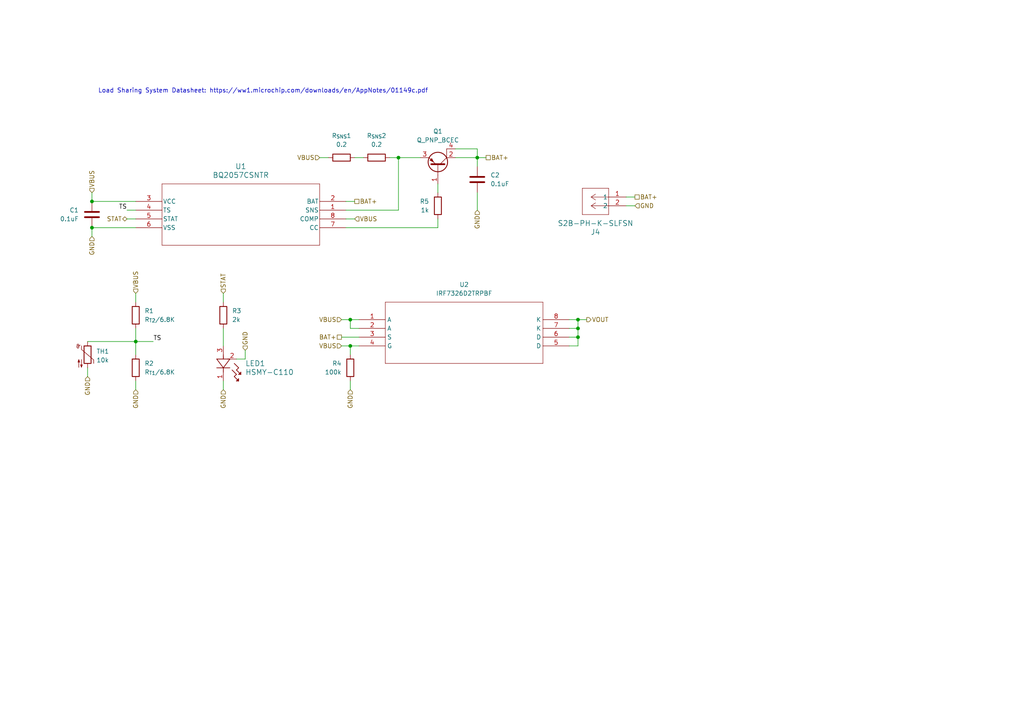
<source format=kicad_sch>
(kicad_sch (version 20250114) (generator "eeschema") (generator_version "9.0")
  (paper "A4")
  (lib_symbols
    (symbol "BQ2057CSNTR:BQ2057CSNTR" (pin_names (offset 0.254))
      (property "Reference" "U1" (at 30.48 10.16 0))
      (property "Value" "BQ2057CSNTR" (at 30.48 7.62 0))
      (symbol "BQ2057CSNTR_0_1"
        (polyline (pts (xy 7.62 5.08) (xy 7.62 -12.7)) (stroke (width 0.127)))
        (polyline (pts (xy 7.62 -12.7) (xy 53.34 -12.7)) (stroke (width 0.127)))
        (polyline (pts (xy 53.34 5.08) (xy 7.62 5.08)) (stroke (width 0.127)))
        (polyline (pts (xy 53.34 -12.7) (xy 53.34 5.08)) (stroke (width 0.127)))
        (pin power_in line (at 0 0 0) (length 7.62) (name "VCC") (number "3"))
        (pin input line (at 0 -2.54 0) (length 7.62) (name "TS") (number "4"))
        (pin output line (at 0 -5.08 0) (length 7.62) (name "STAT") (number "5"))
        (pin power_in line (at 0 -7.62 0) (length 7.62) (name "VSS") (number "6"))
        (pin input line (at 60.96 0 180) (length 7.62) (name "BAT") (number "2"))
        (pin input line (at 60.96 -2.54 180) (length 7.62) (name "SNS") (number "1"))
        (pin input line (at 60.96 -5.08 180) (length 7.62) (name "COMP") (number "8"))
        (pin output line (at 60.96 -7.62 180) (length 7.62) (name "CC") (number "7"))
      )
    )
    (symbol "Device:C" (pin_numbers (hide yes)) (pin_names (offset 0.254))
      (property "Reference" "C" (at 0.635 2.54 0))
      (property "Value" "C" (at 0.635 -2.54 0))
      (symbol "C_0_1"
        (polyline (pts (xy -2.032 0.762) (xy 2.032 0.762)) (stroke (width 0.508)))
        (polyline (pts (xy -2.032 -0.762) (xy 2.032 -0.762)) (stroke (width 0.508)))
      )
      (symbol "C_1_1"
        (pin passive line (at 0 3.81 270) (length 2.794) (name "~") (number "1"))
        (pin passive line (at 0 -3.81 90) (length 2.794) (name "~") (number "2"))
      )
    )
    (symbol "Device:R" (pin_numbers (hide yes)) (pin_names (offset 0))
      (property "Reference" "R" (at 2.032 0 90))
      (property "Value" "R" (at 0 0 90))
      (symbol "R_0_1"
        (rectangle (start -1.016 -2.54) (end 1.016 2.54) (stroke (width 0.254)))
      )
      (symbol "R_1_1"
        (pin passive line (at 0 3.81 270) (length 1.27) (name "~") (number "1"))
        (pin passive line (at 0 -3.81 90) (length 1.27) (name "~") (number "2"))
      )
    )
    (symbol "Device:Thermistor_NTC" (pin_numbers (hide yes)) (pin_names (offset 0))
      (property "Reference" "TH" (at -4.445 0 90))
      (property "Value" "Thermistor_NTC" (at 3.175 0 90))
      (symbol "Thermistor_NTC_0_1"
        (arc (start -3.175 2.413) (mid -3.0506 2.3165) (end -3.048 2.159))
        (arc (start -3.048 2.794) (mid -2.9736 2.9736) (end -2.794 3.048))
        (arc (start -2.794 3.048) (mid -2.6144 2.9736) (end -2.54 2.794))
        (arc (start -2.794 2.54) (mid -2.9736 2.6144) (end -3.048 2.794))
        (arc (start -2.794 1.905) (mid -2.9736 1.9794) (end -3.048 2.159))
        (arc (start -2.54 2.159) (mid -2.6144 1.9794) (end -2.794 1.905))
        (arc (start -2.159 2.794) (mid -2.434 2.5608) (end -2.794 2.54))
        (polyline (pts (xy -2.54 2.159) (xy -2.54 2.794)))
        (polyline (pts (xy -2.54 -3.683) (xy -2.54 -1.397) (xy -2.794 -2.159) (xy -2.286 -2.159) (xy -2.54 -1.397) (xy -2.54 -1.651)) (fill (type outline)))
        (polyline (pts (xy -1.778 2.54) (xy -1.778 1.524) (xy 1.778 -1.524) (xy 1.778 -2.54)))
        (polyline (pts (xy -1.778 -1.397) (xy -1.778 -3.683) (xy -2.032 -2.921) (xy -1.524 -2.921) (xy -1.778 -3.683) (xy -1.778 -3.429)) (fill (type outline)))
        (rectangle (start -1.016 2.54) (end 1.016 -2.54) (stroke (width 0.254)))
      )
      (symbol "Thermistor_NTC_1_1"
        (pin passive line (at 0 3.81 270) (length 1.27) (name "~") (number "1"))
        (pin passive line (at 0 -3.81 90) (length 1.27) (name "~") (number "2"))
      )
    )
    (symbol "IRF7326D2TRPBF:IRF7326D2TRPBF"
      (property "Reference" "U" (at 30.48 8.89 0))
      (property "Value" "IRF7326D2TRPBF" (at 30.48 6.604 0))
      (symbol "IRF7326D2TRPBF_0_1"
        (polyline (pts (xy 7.62 5.08) (xy 7.62 -12.7)) (stroke (width 0.127)))
        (polyline (pts (xy 7.62 -12.7) (xy 53.34 -12.7)) (stroke (width 0.127)))
        (polyline (pts (xy 53.34 5.08) (xy 7.62 5.08)) (stroke (width 0.127)))
        (polyline (pts (xy 53.34 -12.7) (xy 53.34 5.08)) (stroke (width 0.127)))
      )
      (symbol "IRF7326D2TRPBF_1_1"
        (pin passive line (at 0 0 0) (length 7.62) (name "A") (number "1"))
        (pin passive line (at 0 -2.54 0) (length 7.62) (name "A") (number "2"))
        (pin passive line (at 0 -5.08 0) (length 7.62) (name "S") (number "3"))
        (pin passive line (at 0 -7.62 0) (length 7.62) (name "G") (number "4"))
        (pin passive line (at 60.96 0 180) (length 7.62) (name "K") (number "8"))
        (pin passive line (at 60.96 -2.54 180) (length 7.62) (name "K") (number "7"))
        (pin passive line (at 60.96 -5.08 180) (length 7.62) (name "D") (number "6"))
        (pin passive line (at 60.96 -7.62 180) (length 7.62) (name "D") (number "5"))
      )
    )
    (symbol "S2B_PH_K_S_LF__SN_:S2B-PH-K-SLFSN" (pin_names (offset 0.254))
      (property "Reference" "J" (at 8.89 6.35 0))
      (property "Value" "S2B-PH-K-SLFSN" (at 0 0 0))
      (symbol "S2B-PH-K-SLFSN_1_1"
        (polyline (pts (xy 5.08 2.54) (xy 5.08 -5.08)) (stroke (width 0.127)))
        (polyline (pts (xy 5.08 -5.08) (xy 12.7 -5.08)) (stroke (width 0.127)))
        (polyline (pts (xy 10.16 0) (xy 5.08 0)) (stroke (width 0.127)))
        (polyline (pts (xy 10.16 0) (xy 8.89 0.8467)) (stroke (width 0.127)))
        (polyline (pts (xy 10.16 0) (xy 8.89 -0.8467)) (stroke (width 0.127)))
        (polyline (pts (xy 10.16 -2.54) (xy 5.08 -2.54)) (stroke (width 0.127)))
        (polyline (pts (xy 10.16 -2.54) (xy 8.89 -1.6933)) (stroke (width 0.127)))
        (polyline (pts (xy 10.16 -2.54) (xy 8.89 -3.3867)) (stroke (width 0.127)))
        (polyline (pts (xy 12.7 2.54) (xy 5.08 2.54)) (stroke (width 0.127)))
        (polyline (pts (xy 12.7 -5.08) (xy 12.7 2.54)) (stroke (width 0.127)))
        (pin unspecified line (at 0 0 0) (length 5.08) (name "1") (number "1"))
        (pin unspecified line (at 0 -2.54 0) (length 5.08) (name "2") (number "2"))
      )
      (symbol "S2B-PH-K-SLFSN_1_2"
        (polyline (pts (xy 5.08 2.54) (xy 5.08 -5.08)) (stroke (width 0.127)))
        (polyline (pts (xy 5.08 -5.08) (xy 12.7 -5.08)) (stroke (width 0.127)))
        (polyline (pts (xy 7.62 0) (xy 5.08 0)) (stroke (width 0.127)))
        (polyline (pts (xy 7.62 0) (xy 8.89 0.8467)) (stroke (width 0.127)))
        (polyline (pts (xy 7.62 0) (xy 8.89 -0.8467)) (stroke (width 0.127)))
        (polyline (pts (xy 7.62 -2.54) (xy 5.08 -2.54)) (stroke (width 0.127)))
        (polyline (pts (xy 7.62 -2.54) (xy 8.89 -1.6933)) (stroke (width 0.127)))
        (polyline (pts (xy 7.62 -2.54) (xy 8.89 -3.3867)) (stroke (width 0.127)))
        (polyline (pts (xy 12.7 2.54) (xy 5.08 2.54)) (stroke (width 0.127)))
        (polyline (pts (xy 12.7 -5.08) (xy 12.7 2.54)) (stroke (width 0.127)))
        (pin unspecified line (at 0 0 0) (length 5.08) (name "1") (number "1"))
        (pin unspecified line (at 0 -2.54 0) (length 5.08) (name "2") (number "2"))
      )
    )
    (symbol "Transistor_BJT:Q_PNP_BCEC" (pin_names (offset 0) (hide yes))
      (property "Reference" "Q" (at 5.08 1.27 0))
      (property "Value" "Q_PNP_BCEC" (at 5.08 -1.27 0))
      (symbol "Q_PNP_BCEC_0_1"
        (polyline (pts (xy -2.54 0) (xy 0.635 0)))
        (polyline (pts (xy 0.635 1.905) (xy 0.635 -1.905)) (stroke (width 0.508)))
        (polyline (pts (xy 0.635 0.635) (xy 2.54 2.54)))
        (polyline (pts (xy 0.635 -0.635) (xy 2.54 -2.54)))
        (circle (center 1.27 0) (radius 2.8194) (stroke (width 0.254)))
        (polyline (pts (xy 2.286 -1.778) (xy 1.778 -2.286) (xy 1.27 -1.27) (xy 2.286 -1.778)) (fill (type outline)))
        (polyline (pts (xy 5.08 2.54) (xy 2.54 2.54)))
      )
      (symbol "Q_PNP_BCEC_1_1"
        (pin input line (at -5.08 0 0) (length 2.54) (name "B") (number "1"))
        (pin passive line (at 2.54 5.08 270) (length 2.54) (name "C") (number "2"))
        (pin passive line (at 2.54 -5.08 90) (length 2.54) (name "E") (number "3"))
        (pin passive line (at 5.08 5.08 270) (length 2.54) (name "C") (number "4"))
      )
    )
    (symbol "ul_HSMY-C110:HSMY-C110" (pin_names (offset 0.254))
      (property "Reference" "LED" (at 5.08 -4.445 0))
      (property "Value" "HSMY-C110" (at 5.08 -7.62 0))
      (symbol "HSMY-C110_1_1"
        (polyline (pts (xy 2.54 0) (xy 3.4798 0)) (stroke (width 0.2032)))
        (polyline (pts (xy 3.175 0) (xy 3.81 0)) (stroke (width 0.2032)))
        (polyline (pts (xy 3.81 1.905) (xy 3.81 -1.905)) (stroke (width 0.2032)))
        (polyline (pts (xy 3.81 -1.905) (xy 6.35 0)) (stroke (width 0.2032)))
        (polyline (pts (xy 5.08 3.175) (xy 6.35 4.445)) (stroke (width 0.2032)))
        (polyline (pts (xy 6.35 4.445) (xy 6.985 3.81)) (stroke (width 0.2032)))
        (polyline (pts (xy 6.35 0) (xy 3.81 1.905)) (stroke (width 0.2032)))
        (polyline (pts (xy 6.35 0) (xy 7.62 0)) (stroke (width 0.2032)))
        (polyline (pts (xy 6.35 -1.905) (xy 6.35 1.905)) (stroke (width 0.2032)))
        (polyline (pts (xy 6.985 3.81) (xy 8.255 5.08)) (stroke (width 0.2032)))
        (polyline (pts (xy 6.985 2.54) (xy 8.255 3.81)) (stroke (width 0.2032)))
        (polyline (pts (xy 7.62 5.08) (xy 8.255 4.445)) (stroke (width 0.2032)))
        (polyline (pts (xy 8.255 5.08) (xy 7.62 5.08)) (stroke (width 0.2032)))
        (polyline (pts (xy 8.255 4.445) (xy 8.255 5.08)) (stroke (width 0.2032)))
        (polyline (pts (xy 8.255 3.81) (xy 8.89 3.175)) (stroke (width 0.2032)))
        (polyline (pts (xy 8.89 3.175) (xy 10.16 4.445)) (stroke (width 0.2032)))
        (polyline (pts (xy 9.525 4.445) (xy 10.16 3.81)) (stroke (width 0.2032)))
        (polyline (pts (xy 10.16 4.445) (xy 9.525 4.445)) (stroke (width 0.2032)))
        (polyline (pts (xy 10.16 3.81) (xy 10.16 4.445)) (stroke (width 0.2032)))
        (pin unspecified line (at 0 0 0) (length 2.54) (name "") (number "3"))
        (pin unspecified line (at 3.81 3.81 270) (length 2.54) (name "") (number "2"))
        (pin unspecified line (at 10.16 0 180) (length 2.54) (name "") (number "1"))
      )
      (symbol "HSMY-C110_1_2"
        (polyline (pts (xy -5.08 8.255) (xy -5.08 7.62)) (stroke (width 0.2032)))
        (polyline (pts (xy -5.08 7.62) (xy -4.445 8.255)) (stroke (width 0.2032)))
        (polyline (pts (xy -4.445 10.16) (xy -4.445 9.525)) (stroke (width 0.2032)))
        (polyline (pts (xy -4.445 9.525) (xy -3.81 10.16)) (stroke (width 0.2032)))
        (polyline (pts (xy -4.445 8.255) (xy -5.08 8.255)) (stroke (width 0.2032)))
        (polyline (pts (xy -4.445 6.35) (xy -3.81 6.985)) (stroke (width 0.2032)))
        (polyline (pts (xy -3.81 10.16) (xy -4.445 10.16)) (stroke (width 0.2032)))
        (polyline (pts (xy -3.81 8.255) (xy -3.175 8.89)) (stroke (width 0.2032)))
        (polyline (pts (xy -3.81 6.985) (xy -5.08 8.255)) (stroke (width 0.2032)))
        (polyline (pts (xy -3.175 8.89) (xy -4.445 10.16)) (stroke (width 0.2032)))
        (polyline (pts (xy -3.175 5.08) (xy -4.445 6.35)) (stroke (width 0.2032)))
        (polyline (pts (xy -2.54 6.985) (xy -3.81 8.255)) (stroke (width 0.2032)))
        (polyline (pts (xy -1.905 3.81) (xy 1.905 3.81)) (stroke (width 0.2032)))
        (polyline (pts (xy 0 6.35) (xy -1.905 3.81)) (stroke (width 0.2032)))
        (polyline (pts (xy 0 6.35) (xy 0 7.62)) (stroke (width 0.2032)))
        (polyline (pts (xy 0 3.175) (xy 0 3.81)) (stroke (width 0.2032)))
        (polyline (pts (xy 0 2.54) (xy 0 3.4798)) (stroke (width 0.2032)))
        (polyline (pts (xy 1.905 6.35) (xy -1.905 6.35)) (stroke (width 0.2032)))
        (polyline (pts (xy 1.905 3.81) (xy 0 6.35)) (stroke (width 0.2032)))
        (pin unspecified line (at 0 10.16 270) (length 2.54) (name "") (number "1"))
      )
    )
  )
  (text "Load Sharing System Datasheet: https://ww1.microchip.com/downloads/en/AppNotes/01149c.pdf" (at 28.448 26.416 0) (effects (font (size 1.27 1.27)) (justify left)))
  (junction (at 26.67 66.04))
  (junction (at 167.64 97.79))
  (junction (at 167.64 92.71))
  (junction (at 138.43 45.72))
  (junction (at 39.37 99.06))
  (junction (at 167.64 95.25))
  (junction (at 101.6 92.71))
  (junction (at 26.67 58.42))
  (junction (at 115.57 45.72))
  (junction (at 101.6 100.33))
  (wire (pts (xy 64.77 95.25) (xy 64.77 100.33)))
  (wire (pts (xy 100.33 66.04) (xy 127 66.04)))
  (wire (pts (xy 115.57 45.72) (xy 121.92 45.72)))
  (wire (pts (xy 132.08 43.18) (xy 138.43 43.18)))
  (wire (pts (xy 138.43 43.18) (xy 138.43 45.72)))
  (wire (pts (xy 167.64 95.25) (xy 167.64 97.79)))
  (wire (pts (xy 104.14 92.71) (xy 101.6 92.71)))
  (wire (pts (xy 25.4 109.22) (xy 25.4 106.68)))
  (wire (pts (xy 39.37 87.63) (xy 39.37 85.09)))
  (wire (pts (xy 138.43 45.72) (xy 138.43 48.26)))
  (wire (pts (xy 26.67 55.88) (xy 26.67 58.42)))
  (wire (pts (xy 101.6 110.49) (xy 101.6 113.03)))
  (wire (pts (xy 165.1 97.79) (xy 167.64 97.79)))
  (wire (pts (xy 140.97 45.72) (xy 138.43 45.72)))
  (wire (pts (xy 36.83 60.96) (xy 39.37 60.96)))
  (wire (pts (xy 167.64 92.71) (xy 170.18 92.71)))
  (wire (pts (xy 181.61 57.15) (xy 184.15 57.15)))
  (wire (pts (xy 132.08 45.72) (xy 138.43 45.72)))
  (wire (pts (xy 71.12 104.14) (xy 71.12 101.6)))
  (wire (pts (xy 64.77 85.09) (xy 64.77 87.63)))
  (wire (pts (xy 99.06 92.71) (xy 101.6 92.71)))
  (wire (pts (xy 167.64 92.71) (xy 167.64 95.25)))
  (wire (pts (xy 138.43 55.88) (xy 138.43 60.96)))
  (wire (pts (xy 127 63.5) (xy 127 66.04)))
  (wire (pts (xy 39.37 99.06) (xy 44.45 99.06)))
  (wire (pts (xy 167.64 97.79) (xy 167.64 100.33)))
  (wire (pts (xy 115.57 45.72) (xy 113.03 45.72)))
  (wire (pts (xy 68.58 104.14) (xy 71.12 104.14)))
  (wire (pts (xy 127 53.34) (xy 127 55.88)))
  (wire (pts (xy 100.33 60.96) (xy 115.57 60.96)))
  (wire (pts (xy 99.06 97.79) (xy 104.14 97.79)))
  (wire (pts (xy 105.41 45.72) (xy 102.87 45.72)))
  (wire (pts (xy 167.64 100.33) (xy 165.1 100.33)))
  (wire (pts (xy 99.06 100.33) (xy 101.6 100.33)))
  (wire (pts (xy 39.37 113.03) (xy 39.37 110.49)))
  (wire (pts (xy 181.61 59.69) (xy 184.15 59.69)))
  (wire (pts (xy 101.6 95.25) (xy 104.14 95.25)))
  (wire (pts (xy 115.57 45.72) (xy 115.57 60.96)))
  (wire (pts (xy 92.71 45.72) (xy 95.25 45.72)))
  (wire (pts (xy 39.37 102.87) (xy 39.37 99.06)))
  (wire (pts (xy 36.83 63.5) (xy 39.37 63.5)))
  (wire (pts (xy 100.33 58.42) (xy 102.87 58.42)))
  (wire (pts (xy 165.1 92.71) (xy 167.64 92.71)))
  (wire (pts (xy 165.1 95.25) (xy 167.64 95.25)))
  (wire (pts (xy 101.6 102.87) (xy 101.6 100.33)))
  (wire (pts (xy 101.6 100.33) (xy 104.14 100.33)))
  (wire (pts (xy 26.67 66.04) (xy 39.37 66.04)))
  (wire (pts (xy 26.67 58.42) (xy 39.37 58.42)))
  (wire (pts (xy 101.6 92.71) (xy 101.6 95.25)))
  (wire (pts (xy 26.67 68.58) (xy 26.67 66.04)))
  (wire (pts (xy 64.77 110.49) (xy 64.77 113.03)))
  (wire (pts (xy 100.33 63.5) (xy 102.87 63.5)))
  (wire (pts (xy 39.37 99.06) (xy 39.37 95.25)))
  (wire (pts (xy 25.4 99.06) (xy 39.37 99.06)))
  (label "TS" (at 44.45 99.06 0))
  (label "TS" (at 36.83 60.96 180))
  (hierarchical_label "GND" (shape input) (at 71.12 101.6 90))
  (hierarchical_label "VOUT" (shape output) (at 170.18 92.71 0))
  (hierarchical_label "BAT+" (shape passive) (at 99.06 97.79 180))
  (hierarchical_label "BAT+" (shape passive) (at 184.15 57.15 0))
  (hierarchical_label "BAT+" (shape passive) (at 102.87 58.42 0))
  (hierarchical_label "GND" (shape input) (at 39.37 113.03 270))
  (hierarchical_label "GND" (shape input) (at 26.67 68.58 270))
  (hierarchical_label "VBUS" (shape input) (at 99.06 92.71 180))
  (hierarchical_label "VBUS" (shape input) (at 99.06 100.33 180))
  (hierarchical_label "GND" (shape input) (at 64.77 113.03 270))
  (hierarchical_label "GND" (shape input) (at 184.15 59.69 0))
  (hierarchical_label "GND" (shape input) (at 101.6 113.03 270))
  (hierarchical_label "VBUS" (shape input) (at 39.37 85.09 90))
  (hierarchical_label "STAT" (shape input) (at 64.77 85.09 90))
  (hierarchical_label "STAT" (shape tri_state) (at 36.83 63.5 180))
  (hierarchical_label "BAT+" (shape passive) (at 140.97 45.72 0))
  (hierarchical_label "GND" (shape input) (at 25.4 109.22 270))
  (hierarchical_label "GND" (shape input) (at 138.43 60.96 270))
  (hierarchical_label "VBUS" (shape input) (at 102.87 63.5 0))
  (hierarchical_label "VBUS" (shape input) (at 92.71 45.72 180))
  (hierarchical_label "VBUS" (shape input) (at 26.67 55.88 90))
  (symbol (lib_id "Transistor_BJT:Q_PNP_BCEC") (at 127 48.26 270) (mirror x) (unit 1)
    (property "Reference" "Q1" (at 127 38.1 90))
    (property "Value" "Q_PNP_BCEC" (at 127 40.64 90))
    (property "Footprint" "Package_TO_SOT_SMD:SOT-223" (effects (hide yes)))
    (property "Description" "PNP transistor, base/collector/emitter, collector connected to mounting plane" (effects (hide yes)))
  )
  (symbol (lib_id "S2B_PH_K_S_LF__SN_:S2B-PH-K-SLFSN") (at 181.61 57.15 0) (mirror y) (unit 1)
    (property "Reference" "J4" (at 172.72 67.31 0) (effects (font (size 1.524 1.524))))
    (property "Value" "S2B-PH-K-SLFSN" (at 172.72 64.77 0) (effects (font (size 1.524 1.524))))
    (property "Footprint" "S2B_PH_K_S_LF__SN_:CONN_S2B-PH-K-S_JST" (effects (hide yes)))
    (property "Datasheet" "S2B-PH-K-SLFSN" (effects (hide yes)))
  )
  (symbol (lib_id "IRF7326D2TRPBF:IRF7326D2TRPBF") (at 104.14 92.71 0) (unit 1)
    (property "Reference" "U2" (at 134.62 82.55 0))
    (property "Value" "IRF7326D2TRPBF" (at 134.62 85.09 0))
    (property "Footprint" "Package_SO:SO-8_3.9x4.9mm_P1.27mm" (effects (hide yes)))
  )
  (symbol (lib_id "ul_HSMY-C110:HSMY-C110") (at 64.77 100.33 270) (unit 1)
    (property "Reference" "LED1" (at 71.12 105.4099 90) (effects (font (size 1.524 1.524)) (justify left)))
    (property "Value" "HSMY-C110" (at 71.12 107.9499 90) (effects (font (size 1.524 1.524)) (justify left)))
    (property "Footprint" "LED3_HSMx-C110_AVA" (effects (hide yes)))
    (property "Datasheet" "HSMY-C110" (effects (hide yes)))
  )
  (symbol (lib_id "Device:R") (at 127 59.69 0) (mirror y) (unit 1)
    (property "Reference" "R5" (at 124.46 58.4199 0) (effects (justify left)))
    (property "Value" "1k" (at 124.46 60.9599 0) (effects (justify left)))
    (property "Footprint" "Resistor_SMD:R_1206_3216Metric" (effects (hide yes)))
    (property "Description" "Resistor" (effects (hide yes)))
  )
  (symbol (lib_id "Device:R") (at 99.06 45.72 90) (unit 1)
    (property "Reference" "R_{SNS}1" (at 99.06 39.37 90))
    (property "Value" "0.2" (at 99.06 41.91 90))
    (property "Footprint" "WSL2512R1000FEA:RES_2512_WSL" (effects (hide yes)))
    (property "Description" "Resistor" (effects (hide yes)))
  )
  (symbol (lib_id "Device:R") (at 39.37 106.68 0) (unit 1)
    (property "Reference" "R2" (at 41.91 105.4099 0) (effects (justify left)))
    (property "Value" "R_{T1}/6.8K" (at 41.91 107.9499 0) (effects (justify left)))
    (property "Footprint" "Resistor_SMD:R_1206_3216Metric" (effects (hide yes)))
    (property "Description" "Resistor" (effects (hide yes)))
  )
  (symbol (lib_id "Device:Thermistor_NTC") (at 25.4 102.87 0) (unit 1)
    (property "Reference" "TH1" (at 27.94 101.9174 0) (effects (justify left)))
    (property "Value" "10k" (at 27.94 104.4574 0) (effects (justify left)))
    (property "Footprint" "Resistor_THT:R_Axial_DIN0204_L3.6mm_D1.6mm_P5.08mm_Vertical" (effects (hide yes)))
    (property "Description" "Temperature dependent resistor, negative temperature coefficient" (effects (hide yes)))
  )
  (symbol (lib_id "BQ2057CSNTR:BQ2057CSNTR") (at 39.37 58.42 0) (unit 1)
    (property "Reference" "U1" (at 69.85 48.26 0) (effects (font (size 1.524 1.524))))
    (property "Value" "BQ2057CSNTR" (at 69.85 50.8 0) (effects (font (size 1.524 1.524))))
    (property "Footprint" "BQ2057CSNTR:D8" (effects (hide yes)))
    (property "Datasheet" "https://www.ti.com/lit/gpn/bq2057c" (effects (hide yes)))
  )
  (symbol (lib_id "Device:R") (at 101.6 106.68 0) (mirror y) (unit 1)
    (property "Reference" "R4" (at 99.06 105.4099 0) (effects (justify left)))
    (property "Value" "100k" (at 99.06 107.9499 0) (effects (justify left)))
    (property "Footprint" "Resistor_SMD:R_1206_3216Metric" (effects (hide yes)))
    (property "Description" "Resistor" (effects (hide yes)))
  )
  (symbol (lib_id "Device:C") (at 138.43 52.07 0) (unit 1)
    (property "Reference" "C2" (at 142.24 50.7999 0) (effects (justify left)))
    (property "Value" "0.1uF" (at 142.24 53.3399 0) (effects (justify left)))
    (property "Footprint" "Capacitor_SMD:C_1206_3216Metric" (effects (hide yes)))
    (property "Description" "Unpolarized capacitor" (effects (hide yes)))
  )
  (symbol (lib_id "Device:R") (at 39.37 91.44 0) (unit 1)
    (property "Reference" "R1" (at 41.91 90.1699 0) (effects (justify left)))
    (property "Value" "R_{T2}/6.8K" (at 41.91 92.7099 0) (effects (justify left)))
    (property "Footprint" "Resistor_SMD:R_1206_3216Metric" (effects (hide yes)))
    (property "Description" "Resistor" (effects (hide yes)))
  )
  (symbol (lib_id "Device:C") (at 26.67 62.23 0) (mirror y) (unit 1)
    (property "Reference" "C1" (at 22.86 60.9599 0) (effects (justify left)))
    (property "Value" "0.1uF" (at 22.86 63.4999 0) (effects (justify left)))
    (property "Footprint" "Capacitor_SMD:C_1206_3216Metric" (effects (hide yes)))
    (property "Description" "Unpolarized capacitor" (effects (hide yes)))
  )
  (symbol (lib_id "Device:R") (at 64.77 91.44 0) (unit 1)
    (property "Reference" "R3" (at 67.31 90.1699 0) (effects (justify left)))
    (property "Value" "2k" (at 67.31 92.7099 0) (effects (justify left)))
    (property "Footprint" "Resistor_SMD:R_1206_3216Metric" (effects (hide yes)))
    (property "Description" "Resistor" (effects (hide yes)))
  )
  (symbol (lib_id "Device:R") (at 109.22 45.72 90) (unit 1)
    (property "Reference" "R_{SNS}2" (at 109.22 39.37 90))
    (property "Value" "0.2" (at 109.22 41.91 90))
    (property "Footprint" "WSL2512R1000FEA:RES_2512_WSL" (effects (hide yes)))
    (property "Description" "Resistor" (effects (hide yes)))
  )
)
</source>
